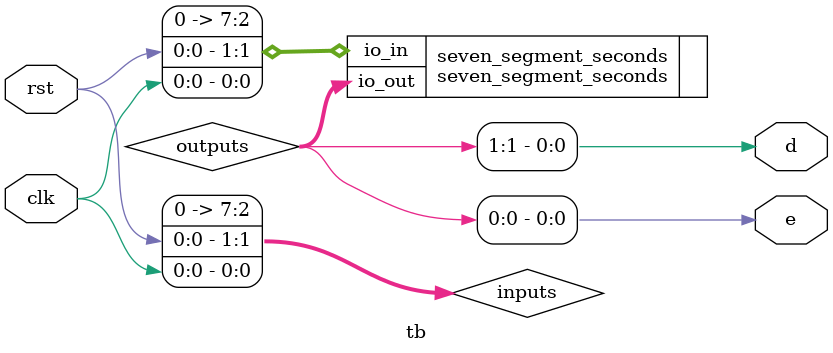
<source format=v>
`default_nettype none
`timescale 1ns/1ps

/*
this testbench just instantiates the module and makes some convenient wires
that can be driven / tested by the cocotb test.py
*/

module tb (
    // testbench is controlled by test.py
    input clk,
    input rst,
    output e,
    output d
   );

    // this part dumps the trace to a vcd file that can be viewed with GTKWave
    initial begin
        $dumpfile ("tb.vcd");
        $dumpvars (0, tb);
        #1;
    end

    // wire up the inputs and outputs
    wire [7:0] inputs = {6'b0, rst, clk};
    wire [7:0] outputs;
    assign e = outputs[0];
    assign d = outputs[1];

    // instantiate the DUT
    seven_segment_seconds seven_segment_seconds(
        `ifdef GL_TEST
            .vccd1( 1'b1),
            .vssd1( 1'b0),
        `endif
        .io_in  (inputs),
        .io_out (outputs)
        );

endmodule

</source>
